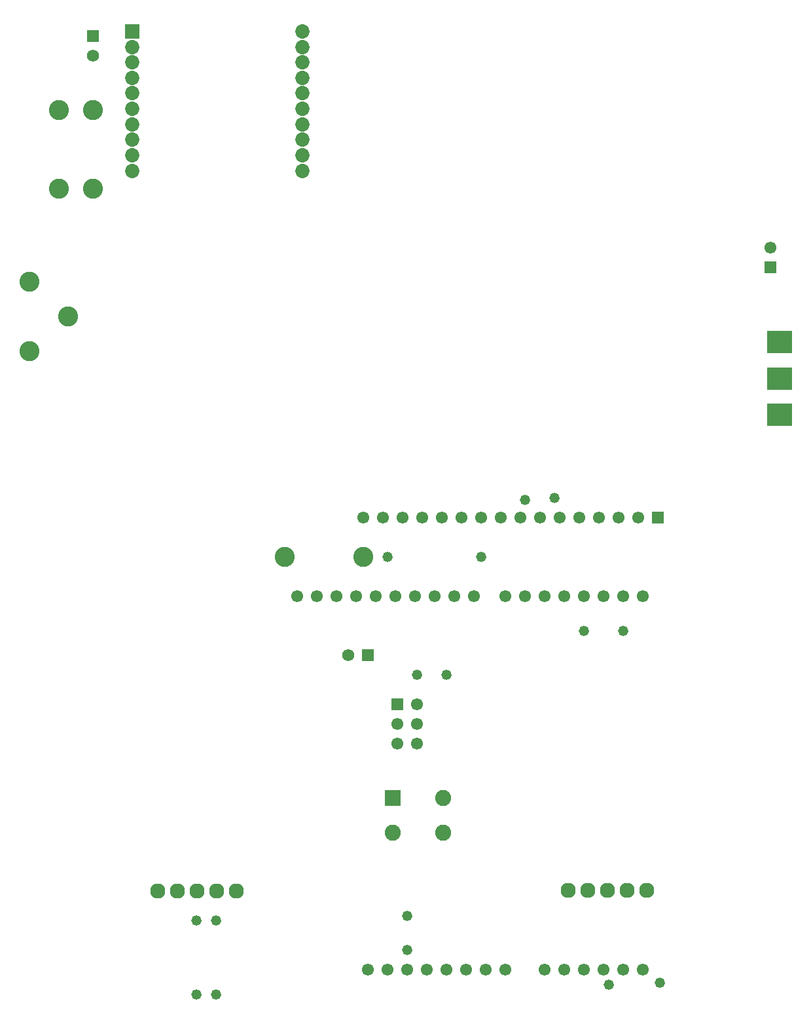
<source format=gts>
%FSLAX43Y43*%
%MOMM*%
G71*
G01*
G75*
G04 Layer_Color=8388736*
%ADD10C,0.508*%
%ADD11R,1.800X1.800*%
%ADD12C,1.800*%
%ADD13R,3.200X2.800*%
%ADD14C,1.500*%
%ADD15R,1.500X1.500*%
%ADD16C,2.032*%
%ADD17R,2.032X2.032*%
%ADD18C,1.524*%
%ADD19R,1.524X1.524*%
%ADD20C,2.540*%
%ADD21R,1.524X1.524*%
%ADD22C,1.905*%
%ADD23R,1.500X1.500*%
%ADD24C,1.270*%
%ADD25C,0.254*%
%ADD26C,0.102*%
%ADD27C,0.200*%
%ADD28C,0.152*%
%ADD29R,1.851X1.851*%
%ADD30C,1.851*%
%ADD31R,3.251X2.851*%
%ADD32C,1.551*%
%ADD33R,1.551X1.551*%
%ADD34C,2.083*%
%ADD35R,2.083X2.083*%
%ADD36C,1.575*%
%ADD37R,1.575X1.575*%
%ADD38C,2.591*%
%ADD39R,1.575X1.575*%
%ADD40C,0.051*%
%ADD41C,1.956*%
%ADD42R,1.551X1.551*%
%ADD43C,1.321*%
D29*
X277495Y191135D02*
D03*
D30*
Y189135D02*
D03*
Y187135D02*
D03*
Y185135D02*
D03*
Y183135D02*
D03*
Y181135D02*
D03*
Y179135D02*
D03*
Y177135D02*
D03*
Y175135D02*
D03*
Y173135D02*
D03*
X299491D02*
D03*
Y175135D02*
D03*
Y177135D02*
D03*
Y179135D02*
D03*
Y181135D02*
D03*
Y183135D02*
D03*
Y185135D02*
D03*
Y187135D02*
D03*
Y189135D02*
D03*
Y191135D02*
D03*
D31*
X361175Y146300D02*
D03*
Y151000D02*
D03*
Y141600D02*
D03*
D32*
X360045Y163195D02*
D03*
X314325Y104140D02*
D03*
X311785Y99060D02*
D03*
X314325Y101600D02*
D03*
X311785D02*
D03*
X314325Y99060D02*
D03*
X307340Y128270D02*
D03*
X309880D02*
D03*
X312420D02*
D03*
X314960D02*
D03*
X317500D02*
D03*
X320040D02*
D03*
X322580D02*
D03*
X325120D02*
D03*
X327660D02*
D03*
X330200D02*
D03*
X332740D02*
D03*
X335280D02*
D03*
X337820D02*
D03*
X340360D02*
D03*
X342900D02*
D03*
X298831Y118110D02*
D03*
X343535Y69850D02*
D03*
X340995D02*
D03*
X338455D02*
D03*
X335915D02*
D03*
X333375D02*
D03*
X330835D02*
D03*
X325755D02*
D03*
X323215D02*
D03*
X320675D02*
D03*
X318135D02*
D03*
X315595D02*
D03*
X313055D02*
D03*
X310515D02*
D03*
X307975D02*
D03*
X343535Y118110D02*
D03*
X340995D02*
D03*
X338455D02*
D03*
X335915D02*
D03*
X333375D02*
D03*
X330835D02*
D03*
X328295D02*
D03*
X325755D02*
D03*
X321691D02*
D03*
X319151D02*
D03*
X316611D02*
D03*
X314071D02*
D03*
X311531D02*
D03*
X308991D02*
D03*
X306451D02*
D03*
X303911D02*
D03*
X301371D02*
D03*
D33*
X360045Y160655D02*
D03*
X311785Y104140D02*
D03*
D34*
X317650Y92075D02*
D03*
Y87575D02*
D03*
X311150D02*
D03*
D35*
Y92075D02*
D03*
D36*
X305435Y110490D02*
D03*
X272415Y187960D02*
D03*
D37*
X307975Y110490D02*
D03*
D38*
X264160Y149830D02*
D03*
Y158830D02*
D03*
X269160Y154330D02*
D03*
X267970Y180975D02*
D03*
Y170815D02*
D03*
X307340Y123190D02*
D03*
X297180D02*
D03*
X272415Y170815D02*
D03*
Y180975D02*
D03*
D39*
Y190500D02*
D03*
D40*
X349248Y107916D02*
D03*
X329898D02*
D03*
X349248Y82216D02*
D03*
X329898D02*
D03*
X296162Y107789D02*
D03*
X276812D02*
D03*
X296162Y82089D02*
D03*
X276812D02*
D03*
D41*
X333883Y80137D02*
D03*
X336423D02*
D03*
X338963D02*
D03*
X341503D02*
D03*
X344043D02*
D03*
X280797Y80010D02*
D03*
X283337D02*
D03*
X285877D02*
D03*
X288417D02*
D03*
X290957D02*
D03*
D42*
X345440Y128270D02*
D03*
D43*
X328295Y130632D02*
D03*
X332105Y130810D02*
D03*
X318135Y107950D02*
D03*
X314325D02*
D03*
X310515Y123190D02*
D03*
X322580D02*
D03*
X313055Y72390D02*
D03*
Y76835D02*
D03*
X345681Y68186D02*
D03*
X339090Y67945D02*
D03*
X288290Y66675D02*
D03*
Y76200D02*
D03*
X285750D02*
D03*
Y66675D02*
D03*
X340995Y113665D02*
D03*
X335915D02*
D03*
M02*

</source>
